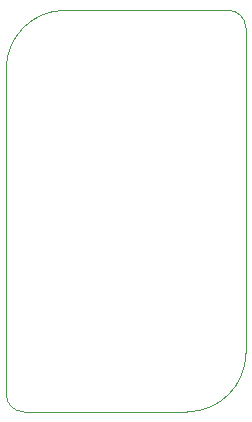
<source format=gbr>
%TF.GenerationSoftware,KiCad,Pcbnew,8.0.6*%
%TF.CreationDate,2024-11-06T21:47:20-05:00*%
%TF.ProjectId,VGA Input Board,56474120-496e-4707-9574-20426f617264,rev?*%
%TF.SameCoordinates,Original*%
%TF.FileFunction,Profile,NP*%
%FSLAX46Y46*%
G04 Gerber Fmt 4.6, Leading zero omitted, Abs format (unit mm)*
G04 Created by KiCad (PCBNEW 8.0.6) date 2024-11-06 21:47:20*
%MOMM*%
%LPD*%
G01*
G04 APERTURE LIST*
%TA.AperFunction,Profile*%
%ADD10C,0.020000*%
%TD*%
G04 APERTURE END LIST*
D10*
X148580000Y-116020000D02*
G75*
G02*
X147080100Y-114519534I500J1500400D01*
G01*
X167380000Y-111020000D02*
G75*
G02*
X162379901Y-116020100I-5000100J0D01*
G01*
X152080000Y-82020000D02*
X165880000Y-82020000D01*
X147080000Y-87020000D02*
X147080000Y-114520000D01*
X167380000Y-111020000D02*
X167380000Y-83520000D01*
X165880000Y-82020459D02*
G75*
G02*
X167380041Y-83520000I0J-1500041D01*
G01*
X148580000Y-116020000D02*
X162380000Y-116020000D01*
X147080000Y-87020000D02*
G75*
G02*
X152080099Y-82019900I5000100J0D01*
G01*
M02*

</source>
